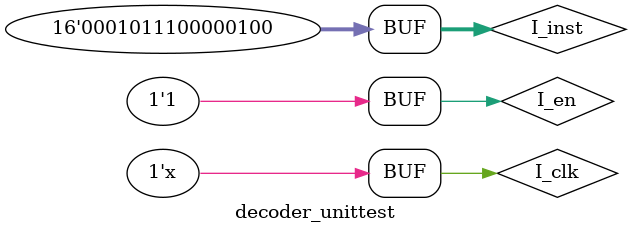
<source format=v>
`timescale 1ns / 1ps

module decoder_unittest();

    reg I_clk;
    reg I_en;
    reg [15:0] I_inst;
    
    wire O_aluop;
    wire [3:0] O_selA;
    wire [3:0] O_selB;
    wire [3:0] O_selD;
    wire [15:0] O_imm;
    wire       O_regwe ;
    
inst_dec inst_unit(
    I_clk,
    I_en,
    I_inst,
    O_aluop,
    O_selA,
    O_selB,
    O_selD,
     O_imm,
     O_regwe );
     
     
     initial begin
        
        I_clk = 0;
        I_en = 0;
        I_inst = 0;
        
        #10;
        I_inst = 16'b0001011100000100;
        
        #10;
        I_en=1;
        
     end
     
     always begin
        #5;
        I_clk = ~I_clk;
     end
endmodule

</source>
